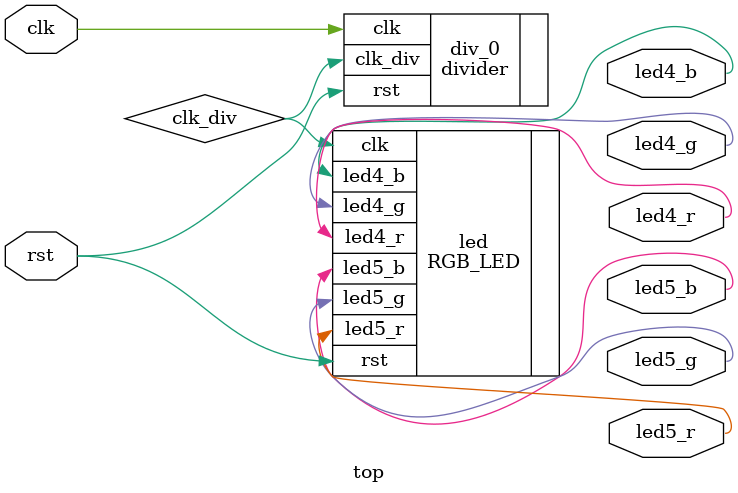
<source format=v>
module top(
    input   clk   ,
    input   rst   ,
    output led4_b,
	output led4_g,
	output led4_r,
	output led5_b,
	output led5_g,
	output led5_r
    );
    
    wire    clk_div ;
    
    RGB_LED led(
    .clk    (clk_div),
    .rst    (rst),
    .led4_r (led4_r),
	.led4_g (led4_g),
	.led4_b (led4_b),
	.led5_r (led5_r),
	.led5_g (led5_g),
	.led5_b (led5_b)
    );
    
    divider div_0(
    .clk    (clk),
    .rst    (rst),
    .clk_div    (clk_div)
    );
    
    
endmodule

</source>
